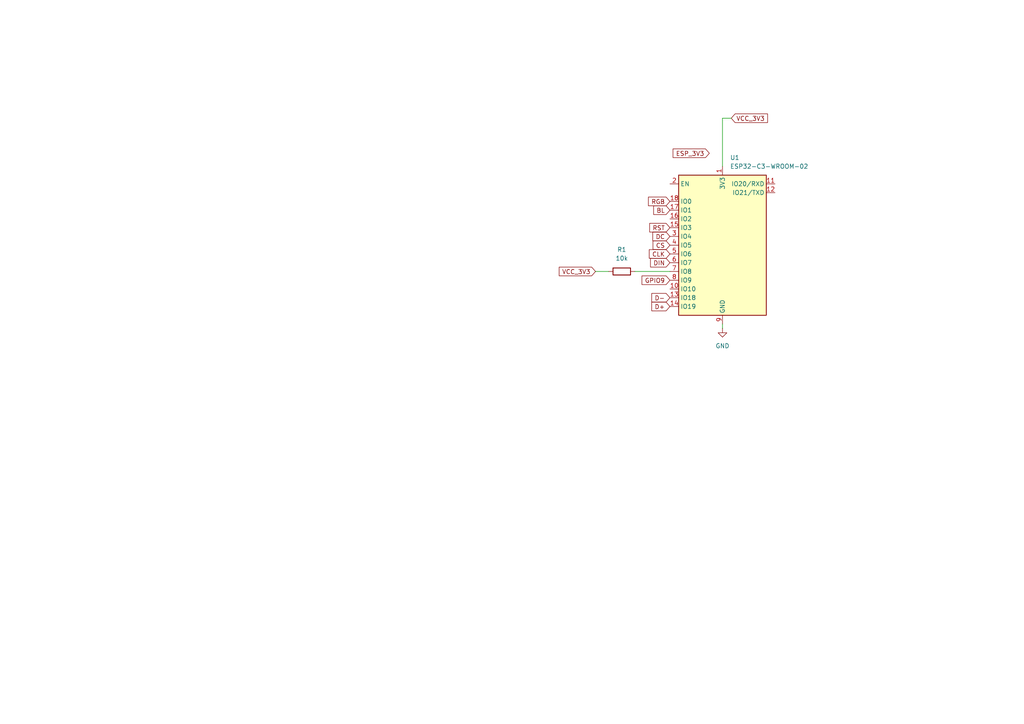
<source format=kicad_sch>
(kicad_sch (version 20231120) (generator "eeschema") (generator_version "8.0")
  (paper "A4")
  (lib_symbols
    (symbol "Device:R" (pin_numbers hide) (pin_names (offset 0))
      (property "Reference" "R" (at 2.032 0 90))
      (property "Value" "R" (at 0 0 90))
      (symbol "R_0_1"
        (rectangle (start -1.016 -2.54) (end 1.016 2.54) (stroke (width 0.254)))
      )
      (symbol "R_1_1"
        (pin passive line (at 0 3.81 270) (length 1.27) (name "~") (number "1"))
        (pin passive line (at 0 -3.81 90) (length 1.27) (name "~") (number "2"))
      )
    )
    (symbol "RF_Module:ESP32-C3-WROOM-02"
      (property "Reference" "U" (at -12.192 21.336 0))
      (property "Value" "ESP32-C3-WROOM-02" (at 12.192 21.336 0))
      (symbol "ESP32-C3-WROOM-02_1_1"
        (rectangle (start -12.7 20.32) (end 12.7 -20.32) (stroke (width 0.254)) (fill (type background)))
        (pin power_in line (at 0 22.86 270) (length 2.54) (name "3V3") (number "1"))
        (pin bidirectional line (at -15.24 -12.7 0) (length 2.54) (name "IO10") (number "10"))
        (pin bidirectional line (at 15.24 17.78 180) (length 2.54) (name "IO20/RXD") (number "11"))
        (pin bidirectional line (at 15.24 15.24 180) (length 2.54) (name "IO21/TXD") (number "12"))
        (pin bidirectional line (at -15.24 -15.24 0) (length 2.54) (name "IO18") (number "13"))
        (pin bidirectional line (at -15.24 -17.78 0) (length 2.54) (name "IO19") (number "14"))
        (pin bidirectional line (at -15.24 5.08 0) (length 2.54) (name "IO3") (number "15"))
        (pin bidirectional line (at -15.24 7.62 0) (length 2.54) (name "IO2") (number "16"))
        (pin bidirectional line (at -15.24 10.16 0) (length 2.54) (name "IO1") (number "17"))
        (pin bidirectional line (at -15.24 12.7 0) (length 2.54) (name "IO0") (number "18"))
        (pin passive line (at 0 -22.86 90) (length 2.54) hide (name "GND") (number "19"))
        (pin input line (at -15.24 17.78 0) (length 2.54) (name "EN") (number "2"))
        (pin bidirectional line (at -15.24 2.54 0) (length 2.54) (name "IO4") (number "3"))
        (pin bidirectional line (at -15.24 0 0) (length 2.54) (name "IO5") (number "4"))
        (pin bidirectional line (at -15.24 -2.54 0) (length 2.54) (name "IO6") (number "5"))
        (pin bidirectional line (at -15.24 -5.08 0) (length 2.54) (name "IO7") (number "6"))
        (pin bidirectional line (at -15.24 -7.62 0) (length 2.54) (name "IO8") (number "7"))
        (pin bidirectional line (at -15.24 -10.16 0) (length 2.54) (name "IO9") (number "8"))
        (pin power_in line (at 0 -22.86 90) (length 2.54) (name "GND") (number "9"))
      )
    )
    (symbol "power:GND" (power) (pin_numbers hide) (pin_names (offset 0) hide)
      (property "Value" "GND" (at 0 -3.81 0))
      (symbol "GND_0_1"
        (polyline (pts (xy 0 0) (xy 0 -1.27) (xy 1.27 -1.27) (xy 0 -2.54) (xy -1.27 -1.27) (xy 0 -1.27)))
      )
      (symbol "GND_1_1"
        (pin power_in line (at 0 0 270) (length 0) (name "~") (number "1"))
      )
    )
  )
  (wire (pts (xy 212.09 34.29) (xy 209.55 34.29)))
  (wire (pts (xy 172.72 78.74) (xy 176.53 78.74)))
  (wire (pts (xy 209.55 34.29) (xy 209.55 48.26)))
  (wire (pts (xy 184.15 78.74) (xy 194.31 78.74)))
  (wire (pts (xy 209.55 93.98) (xy 209.55 95.25)))
  (global_label "BL" (shape input) (at 194.31 60.96 180) (property "Intersheetrefs" "${INTERSHEET_REFS}" (effects (hide yes))))
  (global_label "CS" (shape input) (at 194.31 71.12 180) (property "Intersheetrefs" "${INTERSHEET_REFS}" (effects (hide yes))))
  (global_label "D+" (shape input) (at 194.31 88.9 180) (property "Intersheetrefs" "${INTERSHEET_REFS}" (effects (hide yes))))
  (global_label "DIN" (shape input) (at 194.31 76.2 180) (property "Intersheetrefs" "${INTERSHEET_REFS}" (effects (hide yes))))
  (global_label "D-" (shape input) (at 194.31 86.36 180) (property "Intersheetrefs" "${INTERSHEET_REFS}" (effects (hide yes))))
  (global_label "VCC_3V3" (shape input) (at 212.09 34.29 0) (property "Intersheetrefs" "${INTERSHEET_REFS}" (effects (hide yes))))
  (global_label "GPIO9" (shape input) (at 194.31 81.28 180) (property "Intersheetrefs" "${INTERSHEET_REFS}" (effects (hide yes))))
  (global_label "ESP_3V3" (shape input) (at 205.74 44.45 180) (property "Intersheetrefs" "${INTERSHEET_REFS}" (effects (hide yes))))
  (global_label "RST" (shape input) (at 194.31 66.04 180) (property "Intersheetrefs" "${INTERSHEET_REFS}" (effects (hide yes))))
  (global_label "CLK" (shape input) (at 194.31 73.66 180) (property "Intersheetrefs" "${INTERSHEET_REFS}" (effects (hide yes))))
  (global_label "VCC_3V3" (shape input) (at 172.72 78.74 180) (property "Intersheetrefs" "${INTERSHEET_REFS}" (effects (hide yes))))
  (global_label "RGB" (shape input) (at 194.31 58.42 180) (property "Intersheetrefs" "${INTERSHEET_REFS}" (effects (hide yes))))
  (global_label "DC" (shape input) (at 194.31 68.58 180) (property "Intersheetrefs" "${INTERSHEET_REFS}" (effects (hide yes))))
  (symbol (lib_id "Device:R") (at 180.34 78.74 270) (unit 1)
    (property "Reference" "R1" (at 180.34 72.39 90))
    (property "Value" "10k" (at 180.34 74.93 90))
    (property "Description" "Resistor" (effects (hide yes)))
  )
  (symbol (lib_id "power:GND") (at 209.55 95.25 0) (unit 1)
    (property "Reference" "#PWR01" (effects (hide yes)))
    (property "Value" "GND" (at 209.55 100.33 0))
    (property "Description" "Power symbol creates a global label with name \"GND\" , ground" (effects (hide yes)))
  )
  (symbol (lib_id "RF_Module:ESP32-C3-WROOM-02") (at 209.55 71.12 0) (unit 1)
    (property "Reference" "U1" (at 211.7441 45.72 0) (effects (justify left)))
    (property "Value" "ESP32-C3-WROOM-02" (at 211.7441 48.26 0) (effects (justify left)))
    (property "Footprint" "RF_Module:ESP32-C3-WROOM-02" (effects (hide yes)))
    (property "Datasheet" "https://www.espressif.com/sites/default/files/documentation/esp32-c3-wroom-02_datasheet_en.pdf" (effects (hide yes)))
    (property "Description" "802.11 b/g/n Wi­Fi and Bluetooth 5 module, ESP32­C3 SoC, RISC­V microprocessor, On-board antenna" (effects (hide yes)))
  )
)
</source>
